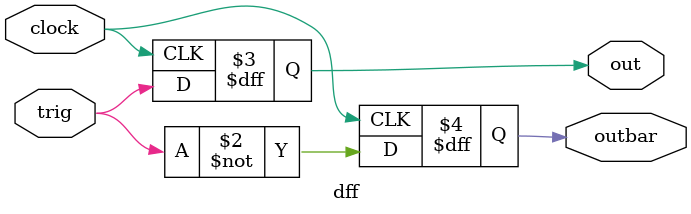
<source format=v>
`timescale 1ns / 1ps


module button_debounce(
    input clock,
    input menuBtn, snzBtn, minBtn, plusBtn, offBtn,
    output menu, snz, min, plus, off
    );
    
    wire menuS1, snzS1, minS1, plusS1, offS1;
    wire menuS2, snzS2, minS2, plusS2, offS2;
    
    //D flip-flip stage 1
    dff inst1(.clock(clock), .trig(menuBtn), .out(menuS1));
    dff inst2(.clock(clock), .trig(snzBtn), .out(snzS1));
    dff inst3(.clock(clock), .trig(minBtn), .out(minS1));
    dff inst4(.clock(clock), .trig(plusBtn), .out(plusS1));
    dff inst5(.clock(clock), .trig(offBtn), .out(offS1));
    
    //D flip-flop stage 2
    dff inst6(.clock(clock), .trig(menuS1), .outbar(menuS2));
    dff inst7(.clock(clock), .trig(snzS1), .outbar(snzS2));
    dff inst8(.clock(clock), .trig(minS1), .outbar(minS2));
    dff inst9(.clock(clock), .trig(plusS1), .outbar(plusS2));
    dff inst10(.clock(clock), .trig(offS1), .outbar(offS2));
    
    //output stage
    assign menu = menuS1 & menuS2;
    assign snz = snzS1 & snzS2;
    assign min = minS1 & minS2;
    assign plus = plusS1 & plusS2;
    assign off = offS1 & offS2;
    
endmodule

module dff(
    input clock, trig,
    output reg out, outbar
);
    always@(posedge clock)
    begin
        out <= trig;
        outbar <= ~trig;
    end
endmodule

</source>
